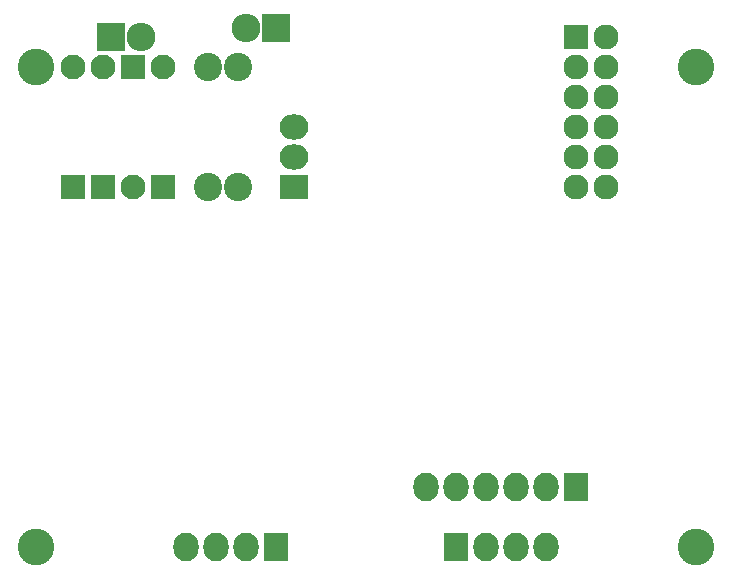
<source format=gbr>
G04 #@! TF.FileFunction,Soldermask,Top*
%FSLAX46Y46*%
G04 Gerber Fmt 4.6, Leading zero omitted, Abs format (unit mm)*
G04 Created by KiCad (PCBNEW 4.0.5+dfsg1-4) date Sat Feb  3 00:51:27 2018*
%MOMM*%
%LPD*%
G01*
G04 APERTURE LIST*
%ADD10C,0.100000*%
%ADD11C,3.100000*%
%ADD12C,2.099260*%
%ADD13R,2.099260X2.099260*%
%ADD14R,2.127200X2.127200*%
%ADD15O,2.127200X2.127200*%
%ADD16R,2.127200X2.432000*%
%ADD17O,2.127200X2.432000*%
%ADD18R,2.432000X2.127200*%
%ADD19O,2.432000X2.127200*%
%ADD20R,2.432000X2.432000*%
%ADD21O,2.432000X2.432000*%
%ADD22C,2.398980*%
G04 APERTURE END LIST*
D10*
D11*
X172720000Y-68580000D03*
X116840000Y-68580000D03*
D12*
X125097540Y-78740520D03*
D13*
X125097540Y-68580520D03*
D12*
X120012460Y-68579480D03*
D13*
X120012460Y-78739480D03*
D12*
X127632460Y-68579480D03*
D13*
X127632460Y-78739480D03*
D12*
X122552460Y-68579480D03*
D13*
X122552460Y-78739480D03*
D14*
X162560000Y-66040000D03*
D15*
X165100000Y-66040000D03*
X162560000Y-68580000D03*
X165100000Y-68580000D03*
X162560000Y-71120000D03*
X165100000Y-71120000D03*
X162560000Y-73660000D03*
X165100000Y-73660000D03*
X162560000Y-76200000D03*
X165100000Y-76200000D03*
X162560000Y-78740000D03*
X165100000Y-78740000D03*
D16*
X162560000Y-104140000D03*
D17*
X160020000Y-104140000D03*
X157480000Y-104140000D03*
X154940000Y-104140000D03*
X152400000Y-104140000D03*
X149860000Y-104140000D03*
D18*
X138684000Y-78740000D03*
D19*
X138684000Y-76200000D03*
X138684000Y-73660000D03*
D20*
X123190000Y-66040000D03*
D21*
X125730000Y-66040000D03*
D20*
X137160000Y-65278000D03*
D21*
X134620000Y-65278000D03*
D22*
X133985000Y-78740000D03*
X133985000Y-68580000D03*
X131445000Y-78740000D03*
X131445000Y-68580000D03*
D11*
X172720000Y-109220000D03*
X116840000Y-109220000D03*
D16*
X152400000Y-109220000D03*
D17*
X154940000Y-109220000D03*
X157480000Y-109220000D03*
X160020000Y-109220000D03*
D16*
X137160000Y-109220000D03*
D17*
X134620000Y-109220000D03*
X132080000Y-109220000D03*
X129540000Y-109220000D03*
M02*

</source>
